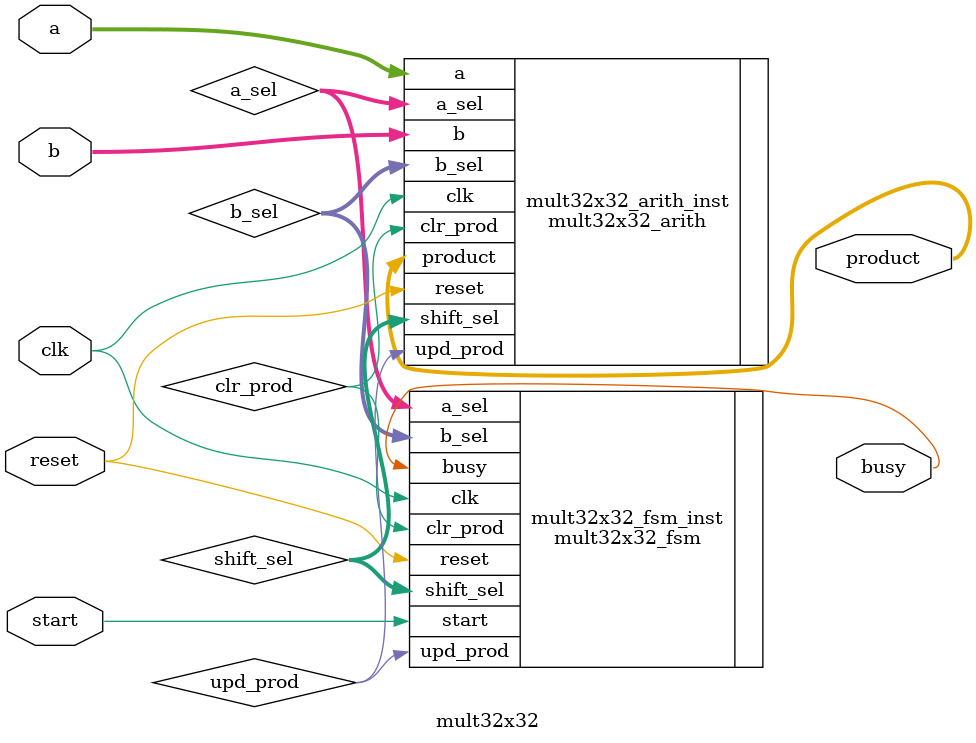
<source format=sv>
module mult32x32 (
    input logic clk,            // Clock
    input logic reset,          // Reset
    input logic start,          // Start signal
    input logic [31:0] a,       	// Input a
    input logic [31:0] b,       	// Input b
    output logic busy,          // Multiplier busy indication
    output logic [63:0] product	// Miltiplication product
);

	logic upd_prod;
	logic clr_prod;
	logic [31:0] a_sel;
	logic [31:0] b_sel;
	logic [1:0] shift_sel;

    mult32x32_fsm mult32x32_fsm_inst(.clk(clk), .reset(reset), .start(start), .busy(busy), .clr_prod(clr_prod), .upd_prod(upd_prod), .a_sel(a_sel), .b_sel(b_sel), .shift_sel(shift_sel));

    mult32x32_arith mult32x32_arith_inst(.clk(clk), .reset(reset), .a(a), .b(b), .clr_prod(clr_prod), .upd_prod(upd_prod), .a_sel(a_sel), .b_sel(b_sel), .shift_sel(shift_sel), .product(product));

endmodule

</source>
